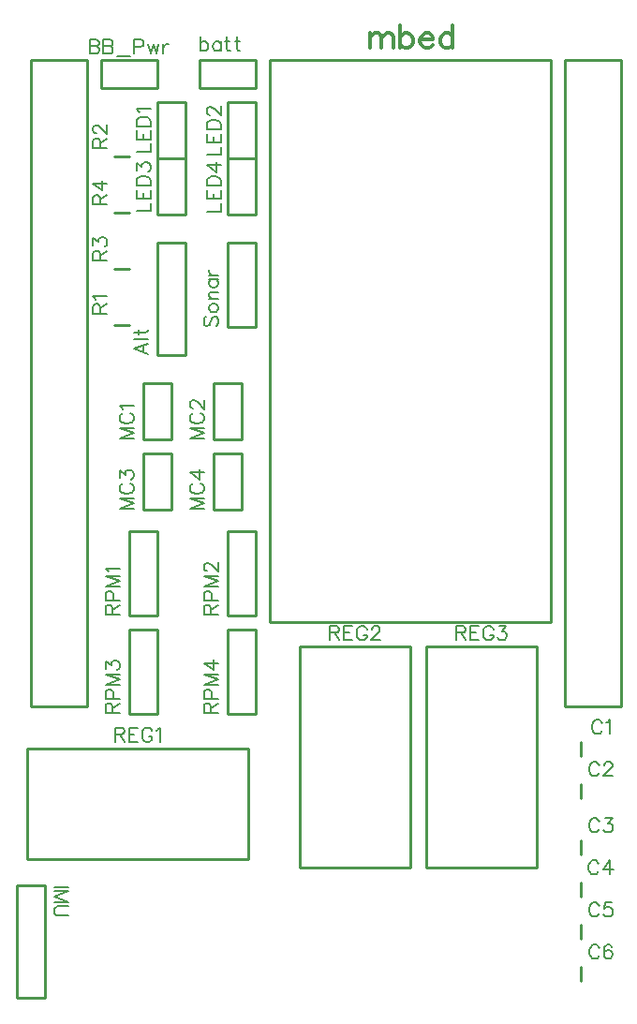
<source format=gbr>
G04 DipTrace 2.2.0.9*
%INTopSilk.gbr*%
%MOIN*%
%ADD10C,0.0098*%
%ADD45C,0.0077*%
%ADD46C,0.0124*%
%FSLAX44Y44*%
%SFA1B1*%
%OFA0B0*%
G04*
G70*
G90*
G75*
G01*
%LNTopSilk*%
%LPD*%
X7937Y38437D2*
D10*
X9937D1*
Y37437D1*
X7937D1*
Y38437D1*
X25024Y13681D2*
Y14193D1*
Y12181D2*
Y12693D1*
Y10181D2*
Y10693D1*
Y8681D2*
Y9193D1*
Y7181D2*
Y7693D1*
Y5681D2*
Y6193D1*
X9937Y34937D2*
X10937D1*
Y36937D1*
X9937D1*
Y34937D1*
X12437D2*
X13437D1*
Y36937D1*
X12437D1*
Y34937D1*
X9937Y32937D2*
X10937D1*
Y34937D1*
X9937D1*
Y32937D1*
X12437D2*
X13437D1*
Y34937D1*
X12437D1*
Y32937D1*
X8943Y29023D2*
X8431D1*
X8943Y35023D2*
X8431D1*
X8943Y31023D2*
X8431D1*
X8943Y33023D2*
X8431D1*
X5303Y10018D2*
X13177D1*
Y13955D1*
X5303D1*
Y10018D1*
X15018Y17571D2*
X18955D1*
Y9697D1*
X15018D1*
Y17571D1*
X19518D2*
X23455D1*
Y9697D1*
X19518D1*
Y17571D1*
X13937Y38436D2*
X23937D1*
Y18437D1*
X13937D1*
Y38436D1*
X9437Y26937D2*
X10437D1*
Y24937D1*
X9437D1*
Y26937D1*
X9937Y31937D2*
X10937D1*
Y27937D1*
X9937D1*
Y31937D1*
X11937Y26937D2*
X12937D1*
Y24937D1*
X11937D1*
Y26937D1*
X9437Y24437D2*
X10437D1*
Y22437D1*
X9437D1*
Y24437D1*
X11937D2*
X12937D1*
Y22437D1*
X11937D1*
Y24437D1*
X12437Y31937D2*
X13437D1*
Y28937D1*
X12437D1*
Y31937D1*
X11437Y38437D2*
X13437D1*
Y37437D1*
X11437D1*
Y38437D1*
X4937Y9062D2*
X5937D1*
Y5062D1*
X4937D1*
Y9062D1*
X8937Y21687D2*
X9937D1*
Y18687D1*
X8937D1*
Y21687D1*
X12437D2*
X13437D1*
Y18687D1*
X12437D1*
Y21687D1*
X8937Y18187D2*
X9937D1*
Y15187D1*
X8937D1*
Y18187D1*
X12437D2*
X13437D1*
Y15187D1*
X12437D1*
Y18187D1*
X5437Y38438D2*
X7436D1*
Y15437D1*
X5437D1*
Y38438D1*
X24438D2*
X26437D1*
Y15437D1*
X24438D1*
Y38438D1*
X7534Y39169D2*
D45*
Y38667D1*
D2*
X7750D1*
D2*
X7822Y38691D1*
D2*
X7846Y38715D1*
D2*
X7869Y38762D1*
D2*
Y38834D1*
D2*
X7846Y38882D1*
D2*
X7822Y38906D1*
D2*
X7750Y38930D1*
D2*
X7822Y38954D1*
D2*
X7846Y38978D1*
D2*
X7869Y39026D1*
D2*
Y39074D1*
D2*
X7846Y39121D1*
D2*
X7822Y39145D1*
D2*
X7750Y39169D1*
D2*
X7534D1*
Y38930D2*
X7750D1*
X8024Y39169D2*
Y38667D1*
D2*
X8239D1*
D2*
X8311Y38691D1*
D2*
X8335Y38715D1*
D2*
X8359Y38762D1*
D2*
Y38834D1*
D2*
X8335Y38882D1*
D2*
X8311Y38906D1*
D2*
X8239Y38930D1*
D2*
X8311Y38954D1*
D2*
X8335Y38978D1*
D2*
X8359Y39026D1*
D2*
Y39074D1*
D2*
X8335Y39121D1*
D2*
X8311Y39145D1*
D2*
X8239Y39169D1*
D2*
X8024D1*
Y38930D2*
X8239D1*
X8513Y38584D2*
X8967D1*
X9122Y38906D2*
X9337D1*
D2*
X9409Y38930D1*
D2*
X9433Y38954D1*
D2*
X9457Y39002D1*
D2*
Y39074D1*
D2*
X9433Y39121D1*
D2*
X9409Y39145D1*
D2*
X9337Y39169D1*
D2*
X9122D1*
D2*
Y38667D1*
X9611Y39002D2*
X9707Y38667D1*
D2*
X9802Y39002D1*
D2*
X9898Y38667D1*
D2*
X9993Y39002D1*
X10148D2*
Y38667D1*
Y38858D2*
X10172Y38930D1*
D2*
X10220Y38978D1*
D2*
X10268Y39002D1*
D2*
X10340D1*
X25774Y14845D2*
X25751Y14893D1*
D2*
X25703Y14941D1*
D2*
X25655Y14965D1*
D2*
X25559D1*
D2*
X25511Y14941D1*
D2*
X25464Y14893D1*
D2*
X25439Y14845D1*
D2*
X25416Y14773D1*
D2*
Y14653D1*
D2*
X25439Y14582D1*
D2*
X25464Y14534D1*
D2*
X25511Y14486D1*
D2*
X25559Y14462D1*
D2*
X25655D1*
D2*
X25703Y14486D1*
D2*
X25751Y14534D1*
D2*
X25774Y14582D1*
X25929Y14868D2*
X25977Y14893D1*
D2*
X26049Y14964D1*
D2*
Y14462D1*
X25667Y13345D2*
X25643Y13393D1*
D2*
X25595Y13441D1*
D2*
X25548Y13465D1*
D2*
X25452D1*
D2*
X25404Y13441D1*
D2*
X25356Y13393D1*
D2*
X25332Y13345D1*
D2*
X25308Y13273D1*
D2*
Y13153D1*
D2*
X25332Y13082D1*
D2*
X25356Y13034D1*
D2*
X25404Y12986D1*
D2*
X25452Y12962D1*
D2*
X25548D1*
D2*
X25595Y12986D1*
D2*
X25643Y13034D1*
D2*
X25667Y13082D1*
X25846Y13345D2*
Y13368D1*
D2*
X25869Y13416D1*
D2*
X25893Y13440D1*
D2*
X25941Y13464D1*
D2*
X26037D1*
D2*
X26084Y13440D1*
D2*
X26108Y13416D1*
D2*
X26132Y13368D1*
D2*
Y13321D1*
D2*
X26108Y13273D1*
D2*
X26061Y13201D1*
D2*
X25821Y12962D1*
D2*
X26156D1*
X25667Y11345D2*
X25643Y11393D1*
D2*
X25595Y11441D1*
D2*
X25548Y11465D1*
D2*
X25452D1*
D2*
X25404Y11441D1*
D2*
X25356Y11393D1*
D2*
X25332Y11345D1*
D2*
X25308Y11273D1*
D2*
Y11153D1*
D2*
X25332Y11082D1*
D2*
X25356Y11034D1*
D2*
X25404Y10986D1*
D2*
X25452Y10962D1*
D2*
X25548D1*
D2*
X25595Y10986D1*
D2*
X25643Y11034D1*
D2*
X25667Y11082D1*
X25869Y11464D2*
X26132D1*
D2*
X25989Y11273D1*
D2*
X26061D1*
D2*
X26108Y11249D1*
D2*
X26132Y11225D1*
D2*
X26156Y11153D1*
D2*
Y11106D1*
D2*
X26132Y11034D1*
D2*
X26084Y10986D1*
D2*
X26013Y10962D1*
D2*
X25941D1*
D2*
X25869Y10986D1*
D2*
X25846Y11010D1*
D2*
X25821Y11058D1*
X25655Y9845D2*
X25631Y9893D1*
D2*
X25583Y9941D1*
D2*
X25536Y9965D1*
D2*
X25440D1*
D2*
X25392Y9941D1*
D2*
X25344Y9893D1*
D2*
X25320Y9845D1*
D2*
X25296Y9773D1*
D2*
Y9653D1*
D2*
X25320Y9582D1*
D2*
X25344Y9534D1*
D2*
X25392Y9486D1*
D2*
X25440Y9462D1*
D2*
X25536D1*
D2*
X25583Y9486D1*
D2*
X25631Y9534D1*
D2*
X25655Y9582D1*
X26049Y9462D2*
Y9964D1*
D2*
X25809Y9630D1*
D2*
X26168D1*
X25667Y8345D2*
X25643Y8393D1*
D2*
X25595Y8441D1*
D2*
X25548Y8465D1*
D2*
X25452D1*
D2*
X25404Y8441D1*
D2*
X25356Y8393D1*
D2*
X25332Y8345D1*
D2*
X25308Y8273D1*
D2*
Y8153D1*
D2*
X25332Y8082D1*
D2*
X25356Y8034D1*
D2*
X25404Y7986D1*
D2*
X25452Y7962D1*
D2*
X25548D1*
D2*
X25595Y7986D1*
D2*
X25643Y8034D1*
D2*
X25667Y8082D1*
X26108Y8464D2*
X25869D1*
D2*
X25846Y8249D1*
D2*
X25869Y8273D1*
D2*
X25941Y8297D1*
D2*
X26013D1*
D2*
X26084Y8273D1*
D2*
X26132Y8225D1*
D2*
X26156Y8153D1*
D2*
Y8106D1*
D2*
X26132Y8034D1*
D2*
X26084Y7986D1*
D2*
X26013Y7962D1*
D2*
X25941D1*
D2*
X25869Y7986D1*
D2*
X25846Y8010D1*
D2*
X25821Y8058D1*
X25679Y6845D2*
X25655Y6893D1*
D2*
X25607Y6941D1*
D2*
X25560Y6965D1*
D2*
X25464D1*
D2*
X25416Y6941D1*
D2*
X25368Y6893D1*
D2*
X25344Y6845D1*
D2*
X25320Y6773D1*
D2*
Y6653D1*
D2*
X25344Y6582D1*
D2*
X25368Y6534D1*
D2*
X25416Y6486D1*
D2*
X25464Y6462D1*
D2*
X25560D1*
D2*
X25607Y6486D1*
D2*
X25655Y6534D1*
D2*
X25679Y6582D1*
X26120Y6893D2*
X26097Y6940D1*
D2*
X26025Y6964D1*
D2*
X25977D1*
D2*
X25905Y6940D1*
D2*
X25857Y6868D1*
D2*
X25833Y6749D1*
D2*
Y6630D1*
D2*
X25857Y6534D1*
D2*
X25905Y6486D1*
D2*
X25977Y6462D1*
D2*
X26001D1*
D2*
X26072Y6486D1*
D2*
X26120Y6534D1*
D2*
X26144Y6606D1*
D2*
Y6630D1*
D2*
X26120Y6701D1*
D2*
X26072Y6749D1*
D2*
X26001Y6773D1*
D2*
X25977D1*
D2*
X25905Y6749D1*
D2*
X25857Y6701D1*
D2*
X25833Y6630D1*
X9205Y35179D2*
X9707D1*
D2*
Y35466D1*
X9205Y35931D2*
Y35620D1*
D2*
X9707D1*
D2*
Y35931D1*
X9444Y35620D2*
Y35812D1*
X9205Y36086D2*
X9707D1*
D2*
Y36253D1*
D2*
X9683Y36325D1*
D2*
X9635Y36373D1*
D2*
X9587Y36397D1*
D2*
X9516Y36420D1*
D2*
X9396D1*
D2*
X9324Y36397D1*
D2*
X9277Y36373D1*
D2*
X9229Y36325D1*
D2*
X9205Y36253D1*
D2*
Y36086D1*
X9301Y36575D2*
X9277Y36623D1*
D2*
X9205Y36695D1*
D2*
X9707D1*
X11705Y35072D2*
X12207D1*
D2*
Y35359D1*
X11705Y35824D2*
Y35513D1*
D2*
X12207D1*
D2*
Y35824D1*
X11944Y35513D2*
Y35704D1*
X11705Y35978D2*
X12207D1*
D2*
Y36145D1*
D2*
X12183Y36217D1*
D2*
X12135Y36265D1*
D2*
X12087Y36289D1*
D2*
X12016Y36313D1*
D2*
X11896D1*
D2*
X11824Y36289D1*
D2*
X11777Y36265D1*
D2*
X11729Y36217D1*
D2*
X11705Y36145D1*
D2*
Y35978D1*
X11825Y36492D2*
X11801D1*
D2*
X11753Y36515D1*
D2*
X11729Y36539D1*
D2*
X11705Y36587D1*
D2*
Y36683D1*
D2*
X11729Y36730D1*
D2*
X11753Y36754D1*
D2*
X11801Y36778D1*
D2*
X11848D1*
D2*
X11897Y36754D1*
D2*
X11968Y36707D1*
D2*
X12207Y36467D1*
D2*
Y36802D1*
X9205Y33072D2*
X9707D1*
D2*
Y33359D1*
X9205Y33824D2*
Y33513D1*
D2*
X9707D1*
D2*
Y33824D1*
X9444Y33513D2*
Y33704D1*
X9205Y33978D2*
X9707D1*
D2*
Y34145D1*
D2*
X9683Y34217D1*
D2*
X9635Y34265D1*
D2*
X9587Y34289D1*
D2*
X9516Y34313D1*
D2*
X9396D1*
D2*
X9324Y34289D1*
D2*
X9277Y34265D1*
D2*
X9229Y34217D1*
D2*
X9205Y34145D1*
D2*
Y33978D1*
Y34515D2*
Y34778D1*
D2*
X9397Y34635D1*
D2*
Y34707D1*
D2*
X9420Y34754D1*
D2*
X9444Y34778D1*
D2*
X9516Y34802D1*
D2*
X9563D1*
D2*
X9635Y34778D1*
D2*
X9683Y34730D1*
D2*
X9707Y34659D1*
D2*
Y34587D1*
D2*
X9683Y34515D1*
D2*
X9659Y34492D1*
D2*
X9612Y34467D1*
X11705Y33060D2*
X12207D1*
D2*
Y33347D1*
X11705Y33812D2*
Y33501D1*
D2*
X12207D1*
D2*
Y33812D1*
X11944Y33501D2*
Y33692D1*
X11705Y33966D2*
X12207D1*
D2*
Y34134D1*
D2*
X12183Y34205D1*
D2*
X12135Y34254D1*
D2*
X12087Y34277D1*
D2*
X12016Y34301D1*
D2*
X11896D1*
D2*
X11824Y34277D1*
D2*
X11777Y34254D1*
D2*
X11729Y34205D1*
D2*
X11705Y34134D1*
D2*
Y33966D1*
X12207Y34695D2*
X11705D1*
D2*
X12040Y34455D1*
D2*
Y34814D1*
X7899Y29428D2*
Y29643D1*
D2*
X7875Y29714D1*
D2*
X7851Y29739D1*
D2*
X7803Y29762D1*
D2*
X7755D1*
D2*
X7708Y29739D1*
D2*
X7683Y29714D1*
D2*
X7660Y29643D1*
D2*
Y29428D1*
D2*
X8162D1*
X7899Y29595D2*
X8162Y29762D1*
X7756Y29917D2*
X7731Y29965D1*
D2*
X7660Y30037D1*
D2*
X8162D1*
X7899Y35320D2*
Y35535D1*
D2*
X7875Y35607D1*
D2*
X7851Y35631D1*
D2*
X7803Y35655D1*
D2*
X7755D1*
D2*
X7708Y35631D1*
D2*
X7683Y35607D1*
D2*
X7660Y35535D1*
D2*
Y35320D1*
D2*
X8162D1*
X7899Y35488D2*
X8162Y35655D1*
X7779Y35834D2*
X7756D1*
D2*
X7708Y35857D1*
D2*
X7684Y35881D1*
D2*
X7660Y35929D1*
D2*
Y36025D1*
D2*
X7684Y36072D1*
D2*
X7708Y36096D1*
D2*
X7756Y36121D1*
D2*
X7803D1*
D2*
X7851Y36096D1*
D2*
X7923Y36049D1*
D2*
X8162Y35809D1*
D2*
Y36144D1*
X7899Y31320D2*
Y31535D1*
D2*
X7875Y31607D1*
D2*
X7851Y31631D1*
D2*
X7803Y31655D1*
D2*
X7755D1*
D2*
X7708Y31631D1*
D2*
X7683Y31607D1*
D2*
X7660Y31535D1*
D2*
Y31320D1*
D2*
X8162D1*
X7899Y31488D2*
X8162Y31655D1*
X7660Y31857D2*
Y32120D1*
D2*
X7851Y31977D1*
D2*
Y32049D1*
D2*
X7875Y32096D1*
D2*
X7899Y32120D1*
D2*
X7971Y32144D1*
D2*
X8018D1*
D2*
X8090Y32120D1*
D2*
X8138Y32072D1*
D2*
X8162Y32001D1*
D2*
Y31929D1*
D2*
X8138Y31857D1*
D2*
X8114Y31834D1*
D2*
X8066Y31809D1*
X7899Y33308D2*
Y33523D1*
D2*
X7875Y33595D1*
D2*
X7851Y33619D1*
D2*
X7803Y33643D1*
D2*
X7755D1*
D2*
X7708Y33619D1*
D2*
X7683Y33595D1*
D2*
X7660Y33523D1*
D2*
Y33308D1*
D2*
X8162D1*
X7899Y33476D2*
X8162Y33643D1*
Y34037D2*
X7660D1*
D2*
X7994Y33798D1*
D2*
Y34156D1*
X8446Y14448D2*
X8661D1*
D2*
X8733Y14473D1*
D2*
X8758Y14496D1*
D2*
X8781Y14544D1*
D2*
Y14592D1*
D2*
X8758Y14640D1*
D2*
X8733Y14664D1*
D2*
X8661Y14688D1*
D2*
X8446D1*
D2*
Y14185D1*
X8614Y14448D2*
X8781Y14185D1*
X9246Y14688D2*
X8936D1*
D2*
Y14185D1*
D2*
X9246D1*
X8936Y14448D2*
X9127D1*
X9760Y14568D2*
X9736Y14616D1*
D2*
X9688Y14664D1*
D2*
X9640Y14688D1*
D2*
X9545D1*
D2*
X9496Y14664D1*
D2*
X9449Y14616D1*
D2*
X9425Y14568D1*
D2*
X9401Y14496D1*
D2*
Y14376D1*
D2*
X9425Y14305D1*
D2*
X9449Y14257D1*
D2*
X9496Y14210D1*
D2*
X9545Y14185D1*
D2*
X9640D1*
D2*
X9688Y14210D1*
D2*
X9736Y14257D1*
D2*
X9760Y14305D1*
D2*
Y14376D1*
D2*
X9640D1*
X9914Y14591D2*
X9962Y14616D1*
D2*
X10034Y14687D1*
D2*
Y14185D1*
X16086Y18064D2*
X16301D1*
D2*
X16373Y18088D1*
D2*
X16397Y18112D1*
D2*
X16421Y18159D1*
D2*
Y18207D1*
D2*
X16397Y18255D1*
D2*
X16373Y18279D1*
D2*
X16301Y18303D1*
D2*
X16086D1*
D2*
Y17801D1*
X16253Y18064D2*
X16421Y17801D1*
X16886Y18303D2*
X16575D1*
D2*
Y17801D1*
D2*
X16886D1*
X16575Y18064D2*
X16766D1*
X17399Y18184D2*
X17375Y18231D1*
D2*
X17327Y18279D1*
D2*
X17279Y18303D1*
D2*
X17184D1*
D2*
X17136Y18279D1*
D2*
X17088Y18231D1*
D2*
X17064Y18184D1*
D2*
X17040Y18112D1*
D2*
Y17992D1*
D2*
X17064Y17921D1*
D2*
X17088Y17873D1*
D2*
X17136Y17825D1*
D2*
X17184Y17801D1*
D2*
X17279D1*
D2*
X17327Y17825D1*
D2*
X17375Y17873D1*
D2*
X17399Y17921D1*
D2*
Y17992D1*
D2*
X17279D1*
X17577Y18183D2*
Y18207D1*
D2*
X17601Y18255D1*
D2*
X17625Y18279D1*
D2*
X17673Y18303D1*
D2*
X17769D1*
D2*
X17816Y18279D1*
D2*
X17840Y18255D1*
D2*
X17864Y18207D1*
D2*
Y18159D1*
D2*
X17840Y18111D1*
D2*
X17792Y18040D1*
D2*
X17553Y17801D1*
D2*
X17888D1*
X20586Y18064D2*
X20801D1*
D2*
X20873Y18088D1*
D2*
X20897Y18112D1*
D2*
X20921Y18159D1*
D2*
Y18207D1*
D2*
X20897Y18255D1*
D2*
X20873Y18279D1*
D2*
X20801Y18303D1*
D2*
X20586D1*
D2*
Y17801D1*
X20753Y18064D2*
X20921Y17801D1*
X21386Y18303D2*
X21075D1*
D2*
Y17801D1*
D2*
X21386D1*
X21075Y18064D2*
X21266D1*
X21899Y18184D2*
X21875Y18231D1*
D2*
X21827Y18279D1*
D2*
X21779Y18303D1*
D2*
X21684D1*
D2*
X21636Y18279D1*
D2*
X21588Y18231D1*
D2*
X21564Y18184D1*
D2*
X21540Y18112D1*
D2*
Y17992D1*
D2*
X21564Y17921D1*
D2*
X21588Y17873D1*
D2*
X21636Y17825D1*
D2*
X21684Y17801D1*
D2*
X21779D1*
D2*
X21827Y17825D1*
D2*
X21875Y17873D1*
D2*
X21899Y17921D1*
D2*
Y17992D1*
D2*
X21779D1*
X22101Y18303D2*
X22364D1*
D2*
X22221Y18111D1*
D2*
X22292D1*
D2*
X22340Y18088D1*
D2*
X22364Y18064D1*
D2*
X22388Y17992D1*
D2*
Y17944D1*
D2*
X22364Y17873D1*
D2*
X22316Y17824D1*
D2*
X22244Y17801D1*
D2*
X22173D1*
D2*
X22101Y17824D1*
D2*
X22077Y17849D1*
D2*
X22053Y17896D1*
X9109Y25358D2*
X8607D1*
D2*
X9109Y25167D1*
D2*
X8607Y24976D1*
D2*
X9109D1*
X8726Y25871D2*
X8678Y25847D1*
D2*
X8630Y25799D1*
D2*
X8607Y25752D1*
D2*
Y25656D1*
D2*
X8630Y25608D1*
D2*
X8678Y25561D1*
D2*
X8726Y25536D1*
D2*
X8798Y25512D1*
D2*
X8918D1*
D2*
X8989Y25536D1*
D2*
X9037Y25561D1*
D2*
X9085Y25608D1*
D2*
X9109Y25656D1*
D2*
Y25752D1*
D2*
X9085Y25799D1*
D2*
X9037Y25847D1*
D2*
X8989Y25871D1*
X8703Y26026D2*
X8678Y26074D1*
D2*
X8607Y26145D1*
D2*
X9109D1*
X9609Y28359D2*
X9107Y28167D1*
D2*
X9609Y27976D1*
X9442Y28047D2*
Y28287D1*
X9107Y28513D2*
X9609D1*
X9107Y28739D2*
X9513D1*
D2*
X9585Y28763D1*
D2*
X9609Y28811D1*
D2*
Y28859D1*
X9274Y28667D2*
Y28835D1*
X11609Y25358D2*
X11107D1*
D2*
X11609Y25167D1*
D2*
X11107Y24976D1*
D2*
X11609D1*
X11226Y25871D2*
X11178Y25847D1*
D2*
X11130Y25799D1*
D2*
X11107Y25752D1*
D2*
Y25656D1*
D2*
X11130Y25608D1*
D2*
X11178Y25561D1*
D2*
X11226Y25536D1*
D2*
X11298Y25512D1*
D2*
X11418D1*
D2*
X11489Y25536D1*
D2*
X11537Y25561D1*
D2*
X11585Y25608D1*
D2*
X11609Y25656D1*
D2*
Y25752D1*
D2*
X11585Y25799D1*
D2*
X11537Y25847D1*
D2*
X11489Y25871D1*
X11227Y26050D2*
X11203D1*
D2*
X11155Y26074D1*
D2*
X11131Y26097D1*
D2*
X11107Y26145D1*
D2*
Y26241D1*
D2*
X11131Y26289D1*
D2*
X11155Y26312D1*
D2*
X11203Y26337D1*
D2*
X11250D1*
D2*
X11298Y26312D1*
D2*
X11370Y26265D1*
D2*
X11609Y26026D1*
D2*
Y26360D1*
X9109Y22858D2*
X8607D1*
D2*
X9109Y22667D1*
D2*
X8607Y22476D1*
D2*
X9109D1*
X8726Y23371D2*
X8678Y23347D1*
D2*
X8630Y23299D1*
D2*
X8607Y23252D1*
D2*
Y23156D1*
D2*
X8630Y23108D1*
D2*
X8678Y23061D1*
D2*
X8726Y23036D1*
D2*
X8798Y23012D1*
D2*
X8918D1*
D2*
X8989Y23036D1*
D2*
X9037Y23061D1*
D2*
X9085Y23108D1*
D2*
X9109Y23156D1*
D2*
Y23252D1*
D2*
X9085Y23299D1*
D2*
X9037Y23347D1*
D2*
X8989Y23371D1*
X8607Y23574D2*
Y23836D1*
D2*
X8798Y23693D1*
D2*
Y23765D1*
D2*
X8822Y23812D1*
D2*
X8846Y23836D1*
D2*
X8918Y23860D1*
D2*
X8965D1*
D2*
X9037Y23836D1*
D2*
X9085Y23789D1*
D2*
X9109Y23717D1*
D2*
Y23645D1*
D2*
X9085Y23574D1*
D2*
X9061Y23550D1*
D2*
X9013Y23526D1*
X11609Y22858D2*
X11107D1*
D2*
X11609Y22667D1*
D2*
X11107Y22476D1*
D2*
X11609D1*
X11226Y23371D2*
X11178Y23347D1*
D2*
X11130Y23299D1*
D2*
X11107Y23252D1*
D2*
Y23156D1*
D2*
X11130Y23108D1*
D2*
X11178Y23061D1*
D2*
X11226Y23036D1*
D2*
X11298Y23012D1*
D2*
X11418D1*
D2*
X11489Y23036D1*
D2*
X11537Y23061D1*
D2*
X11585Y23108D1*
D2*
X11609Y23156D1*
D2*
Y23252D1*
D2*
X11585Y23299D1*
D2*
X11537Y23347D1*
D2*
X11489Y23371D1*
X11609Y23765D2*
X11107D1*
D2*
X11442Y23526D1*
D2*
Y23884D1*
X11678Y29311D2*
X11630Y29263D1*
D2*
X11607Y29191D1*
D2*
Y29096D1*
D2*
X11630Y29024D1*
D2*
X11678Y28976D1*
D2*
X11726D1*
D2*
X11774Y29000D1*
D2*
X11798Y29024D1*
D2*
X11822Y29071D1*
D2*
X11870Y29215D1*
D2*
X11893Y29263D1*
D2*
X11918Y29287D1*
D2*
X11965Y29311D1*
D2*
X12037D1*
D2*
X12085Y29263D1*
D2*
X12109Y29191D1*
D2*
Y29096D1*
D2*
X12085Y29024D1*
D2*
X12037Y28976D1*
X11774Y29584D2*
X11798Y29537D1*
D2*
X11846Y29489D1*
D2*
X11918Y29465D1*
D2*
X11965D1*
D2*
X12037Y29489D1*
D2*
X12085Y29537D1*
D2*
X12109Y29584D1*
D2*
Y29656D1*
D2*
X12085Y29704D1*
D2*
X12037Y29752D1*
D2*
X11965Y29776D1*
D2*
X11918D1*
D2*
X11846Y29752D1*
D2*
X11798Y29704D1*
D2*
X11774Y29656D1*
D2*
Y29584D1*
Y29930D2*
X12109D1*
X11870D2*
X11798Y30002D1*
D2*
X11774Y30050D1*
D2*
Y30122D1*
D2*
X11798Y30170D1*
D2*
X11870Y30194D1*
D2*
X12109D1*
X11774Y30635D2*
X12109D1*
X11846D2*
X11798Y30587D1*
D2*
X11774Y30539D1*
D2*
Y30468D1*
D2*
X11798Y30420D1*
D2*
X11846Y30372D1*
D2*
X11918Y30348D1*
D2*
X11965D1*
D2*
X12037Y30372D1*
D2*
X12085Y30420D1*
D2*
X12109Y30468D1*
D2*
Y30539D1*
D2*
X12085Y30587D1*
D2*
X12037Y30635D1*
X11774Y30789D2*
X12109D1*
X11918D2*
X11846Y30814D1*
D2*
X11798Y30861D1*
D2*
X11774Y30909D1*
D2*
Y30981D1*
X11476Y39267D2*
Y38765D1*
Y39028D2*
X11524Y39076D1*
D2*
X11571Y39100D1*
D2*
X11643D1*
D2*
X11691Y39076D1*
D2*
X11739Y39028D1*
D2*
X11762Y38956D1*
D2*
Y38909D1*
D2*
X11739Y38837D1*
D2*
X11691Y38789D1*
D2*
X11643Y38765D1*
D2*
X11571D1*
D2*
X11524Y38789D1*
D2*
X11476Y38837D1*
X12204Y39100D2*
Y38765D1*
Y39028D2*
X12156Y39076D1*
D2*
X12108Y39100D1*
D2*
X12037D1*
D2*
X11989Y39076D1*
D2*
X11941Y39028D1*
D2*
X11917Y38956D1*
D2*
Y38909D1*
D2*
X11941Y38837D1*
D2*
X11989Y38789D1*
D2*
X12037Y38765D1*
D2*
X12108D1*
D2*
X12156Y38789D1*
D2*
X12204Y38837D1*
X12430Y39267D2*
Y38861D1*
D2*
X12454Y38789D1*
D2*
X12502Y38765D1*
D2*
X12549D1*
X12358Y39100D2*
X12526D1*
X12776Y39267D2*
Y38861D1*
D2*
X12799Y38789D1*
D2*
X12847Y38765D1*
D2*
X12895D1*
X12704Y39100D2*
X12871D1*
X6767Y9023D2*
X6265D1*
Y8487D2*
X6767D1*
D2*
X6265Y8678D1*
D2*
X6767Y8869D1*
D2*
X6265D1*
X6767Y8332D2*
X6409D1*
D2*
X6337Y8308D1*
D2*
X6289Y8260D1*
D2*
X6265Y8188D1*
D2*
Y8141D1*
D2*
X6289Y8069D1*
D2*
X6337Y8021D1*
D2*
X6409Y7997D1*
D2*
X6767D1*
X8346Y18726D2*
Y18941D1*
D2*
X8322Y19012D1*
D2*
X8298Y19037D1*
D2*
X8250Y19061D1*
D2*
X8202D1*
D2*
X8155Y19037D1*
D2*
X8130Y19012D1*
D2*
X8107Y18941D1*
D2*
Y18726D1*
D2*
X8609D1*
X8346Y18893D2*
X8609Y19061D1*
X8370Y19215D2*
Y19430D1*
D2*
X8346Y19502D1*
D2*
X8322Y19526D1*
D2*
X8274Y19550D1*
D2*
X8202D1*
D2*
X8155Y19526D1*
D2*
X8130Y19502D1*
D2*
X8107Y19430D1*
D2*
Y19215D1*
D2*
X8609D1*
Y20087D2*
X8107D1*
D2*
X8609Y19895D1*
D2*
X8107Y19704D1*
D2*
X8609D1*
X8203Y20241D2*
X8178Y20289D1*
D2*
X8107Y20361D1*
D2*
X8609D1*
X11846Y18726D2*
Y18941D1*
D2*
X11822Y19012D1*
D2*
X11798Y19037D1*
D2*
X11750Y19061D1*
D2*
X11702D1*
D2*
X11655Y19037D1*
D2*
X11630Y19012D1*
D2*
X11607Y18941D1*
D2*
Y18726D1*
D2*
X12109D1*
X11846Y18893D2*
X12109Y19061D1*
X11870Y19215D2*
Y19430D1*
D2*
X11846Y19502D1*
D2*
X11822Y19526D1*
D2*
X11774Y19550D1*
D2*
X11702D1*
D2*
X11655Y19526D1*
D2*
X11630Y19502D1*
D2*
X11607Y19430D1*
D2*
Y19215D1*
D2*
X12109D1*
Y20087D2*
X11607D1*
D2*
X12109Y19895D1*
D2*
X11607Y19704D1*
D2*
X12109D1*
X11727Y20265D2*
X11703D1*
D2*
X11655Y20289D1*
D2*
X11631Y20313D1*
D2*
X11607Y20361D1*
D2*
Y20457D1*
D2*
X11631Y20504D1*
D2*
X11655Y20528D1*
D2*
X11703Y20552D1*
D2*
X11750D1*
D2*
X11798Y20528D1*
D2*
X11870Y20480D1*
D2*
X12109Y20241D1*
D2*
Y20576D1*
X8346Y15226D2*
Y15441D1*
D2*
X8322Y15512D1*
D2*
X8298Y15537D1*
D2*
X8250Y15561D1*
D2*
X8202D1*
D2*
X8155Y15537D1*
D2*
X8130Y15512D1*
D2*
X8107Y15441D1*
D2*
Y15226D1*
D2*
X8609D1*
X8346Y15393D2*
X8609Y15561D1*
X8370Y15715D2*
Y15930D1*
D2*
X8346Y16002D1*
D2*
X8322Y16026D1*
D2*
X8274Y16050D1*
D2*
X8202D1*
D2*
X8155Y16026D1*
D2*
X8130Y16002D1*
D2*
X8107Y15930D1*
D2*
Y15715D1*
D2*
X8609D1*
Y16587D2*
X8107D1*
D2*
X8609Y16395D1*
D2*
X8107Y16204D1*
D2*
X8609D1*
X8107Y16789D2*
Y17052D1*
D2*
X8298Y16909D1*
D2*
Y16980D1*
D2*
X8322Y17028D1*
D2*
X8346Y17052D1*
D2*
X8418Y17076D1*
D2*
X8465D1*
D2*
X8537Y17052D1*
D2*
X8585Y17004D1*
D2*
X8609Y16932D1*
D2*
Y16860D1*
D2*
X8585Y16789D1*
D2*
X8561Y16765D1*
D2*
X8513Y16741D1*
X11846Y15226D2*
Y15441D1*
D2*
X11822Y15512D1*
D2*
X11798Y15537D1*
D2*
X11750Y15561D1*
D2*
X11702D1*
D2*
X11655Y15537D1*
D2*
X11630Y15512D1*
D2*
X11607Y15441D1*
D2*
Y15226D1*
D2*
X12109D1*
X11846Y15393D2*
X12109Y15561D1*
X11870Y15715D2*
Y15930D1*
D2*
X11846Y16002D1*
D2*
X11822Y16026D1*
D2*
X11774Y16050D1*
D2*
X11702D1*
D2*
X11655Y16026D1*
D2*
X11630Y16002D1*
D2*
X11607Y15930D1*
D2*
Y15715D1*
D2*
X12109D1*
Y16587D2*
X11607D1*
D2*
X12109Y16395D1*
D2*
X11607Y16204D1*
D2*
X12109D1*
Y16980D2*
X11607D1*
D2*
X11942Y16741D1*
D2*
Y17100D1*
X17499Y39398D2*
D46*
Y38862D1*
Y39245D2*
X17614Y39360D1*
D2*
X17691Y39398D1*
D2*
X17805D1*
D2*
X17882Y39360D1*
D2*
X17920Y39245D1*
D2*
Y38862D1*
Y39245D2*
X18035Y39360D1*
D2*
X18112Y39398D1*
D2*
X18226D1*
D2*
X18303Y39360D1*
D2*
X18342Y39245D1*
D2*
Y38862D1*
X18589Y39666D2*
Y38862D1*
Y39283D2*
X18665Y39360D1*
D2*
X18742Y39398D1*
D2*
X18856D1*
D2*
X18933Y39360D1*
D2*
X19009Y39283D1*
D2*
X19048Y39168D1*
D2*
Y39092D1*
D2*
X19009Y38977D1*
D2*
X18933Y38901D1*
D2*
X18856Y38862D1*
D2*
X18742D1*
D2*
X18665Y38901D1*
D2*
X18589Y38977D1*
X19295Y39168D2*
X19753D1*
D2*
Y39245D1*
D2*
X19715Y39322D1*
D2*
X19677Y39360D1*
D2*
X19601Y39398D1*
D2*
X19486D1*
D2*
X19409Y39360D1*
D2*
X19333Y39283D1*
D2*
X19295Y39168D1*
D2*
Y39092D1*
D2*
X19333Y38977D1*
D2*
X19409Y38901D1*
D2*
X19486Y38862D1*
D2*
X19601D1*
D2*
X19677Y38901D1*
D2*
X19753Y38977D1*
X20459Y39666D2*
Y38862D1*
Y39283D2*
X20383Y39360D1*
D2*
X20306Y39398D1*
D2*
X20192D1*
D2*
X20115Y39360D1*
D2*
X20039Y39283D1*
D2*
X20001Y39168D1*
D2*
Y39092D1*
D2*
X20039Y38977D1*
D2*
X20115Y38901D1*
D2*
X20192Y38862D1*
D2*
X20306D1*
D2*
X20383Y38901D1*
D2*
X20459Y38977D1*
M02*

</source>
